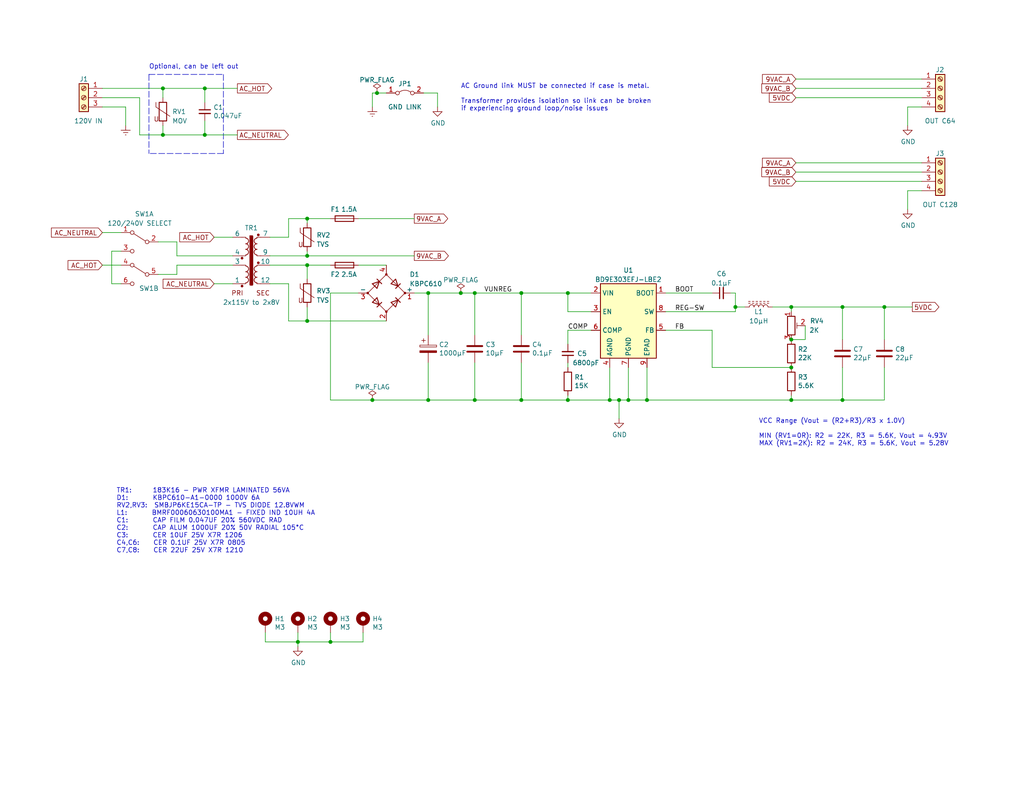
<source format=kicad_sch>
(kicad_sch (version 20211123) (generator eeschema)
  (paper "USLetter")
  (title_block (title "C64/C128 Power Supply") (date "2022-09-17") (rev "B"))
  (lib_symbols
    (symbol "Connector:Screw_Terminal_01x03" (pin_names (offset 1.016) hide)
      (property "Reference" "J" (at 0 5.08 0))
      (property "Value" "Screw_Terminal_01x03" (at 0 -5.08 0))
      (symbol "Screw_Terminal_01x03_1_1"
        (rectangle (start -1.27 3.81) (end 1.27 -3.81) (stroke (width 0.254)) (fill (type background)))
        (circle (center 0 -2.54) (radius 0.635) (stroke (width 0.1524)))
        (polyline (pts (xy -0.5334 -2.2098) (xy 0.3302 -3.048)) (stroke (width 0.1524)))
        (polyline (pts (xy -0.5334 0.3302) (xy 0.3302 -0.508)) (stroke (width 0.1524)))
        (polyline (pts (xy -0.5334 2.8702) (xy 0.3302 2.032)) (stroke (width 0.1524)))
        (polyline (pts (xy -0.3556 -2.032) (xy 0.508 -2.8702)) (stroke (width 0.1524)))
        (polyline (pts (xy -0.3556 0.508) (xy 0.508 -0.3302)) (stroke (width 0.1524)))
        (polyline (pts (xy -0.3556 3.048) (xy 0.508 2.2098)) (stroke (width 0.1524)))
        (circle (center 0 0) (radius 0.635) (stroke (width 0.1524)))
        (circle (center 0 2.54) (radius 0.635) (stroke (width 0.1524)))
        (pin passive line (at -5.08 2.54 0) (length 3.81) (name "Pin_1") (number "1"))
        (pin passive line (at -5.08 0 0) (length 3.81) (name "Pin_2") (number "2"))
        (pin passive line (at -5.08 -2.54 0) (length 3.81) (name "Pin_3") (number "3"))
      )
    )
    (symbol "Connector:Screw_Terminal_01x04" (pin_names (offset 1.016) hide)
      (property "Reference" "J" (at 0 5.08 0))
      (property "Value" "Screw_Terminal_01x04" (at 0 -7.62 0))
      (symbol "Screw_Terminal_01x04_1_1"
        (rectangle (start -1.27 3.81) (end 1.27 -6.35) (stroke (width 0.254)) (fill (type background)))
        (circle (center 0 -5.08) (radius 0.635) (stroke (width 0.1524)))
        (circle (center 0 -2.54) (radius 0.635) (stroke (width 0.1524)))
        (polyline (pts (xy -0.5334 -4.7498) (xy 0.3302 -5.588)) (stroke (width 0.1524)))
        (polyline (pts (xy -0.5334 -2.2098) (xy 0.3302 -3.048)) (stroke (width 0.1524)))
        (polyline (pts (xy -0.5334 0.3302) (xy 0.3302 -0.508)) (stroke (width 0.1524)))
        (polyline (pts (xy -0.5334 2.8702) (xy 0.3302 2.032)) (stroke (width 0.1524)))
        (polyline (pts (xy -0.3556 -4.572) (xy 0.508 -5.4102)) (stroke (width 0.1524)))
        (polyline (pts (xy -0.3556 -2.032) (xy 0.508 -2.8702)) (stroke (width 0.1524)))
        (polyline (pts (xy -0.3556 0.508) (xy 0.508 -0.3302)) (stroke (width 0.1524)))
        (polyline (pts (xy -0.3556 3.048) (xy 0.508 2.2098)) (stroke (width 0.1524)))
        (circle (center 0 0) (radius 0.635) (stroke (width 0.1524)))
        (circle (center 0 2.54) (radius 0.635) (stroke (width 0.1524)))
        (pin passive line (at -5.08 2.54 0) (length 3.81) (name "Pin_1") (number "1"))
        (pin passive line (at -5.08 0 0) (length 3.81) (name "Pin_2") (number "2"))
        (pin passive line (at -5.08 -2.54 0) (length 3.81) (name "Pin_3") (number "3"))
        (pin passive line (at -5.08 -5.08 0) (length 3.81) (name "Pin_4") (number "4"))
      )
    )
    (symbol "DTLib:BD9E303EFJ-LBE2"
      (property "Reference" "U" (at -6.35 11.43 0))
      (property "Value" "BD9E303EFJ-LBE2" (at 7.62 11.43 0))
      (symbol "BD9E303EFJ-LBE2_0_1"
        (rectangle (start -7.62 10.16) (end 7.62 -10.16) (stroke (width 0.254)) (fill (type background)))
      )
      (symbol "BD9E303EFJ-LBE2_1_1"
        (pin input line (at 10.16 7.62 180) (length 2.54) (name "BOOT") (number "1"))
        (pin power_in line (at -10.16 7.62 0) (length 2.54) (name "VIN") (number "2"))
        (pin input line (at -10.16 2.54 0) (length 2.54) (name "EN") (number "3"))
        (pin power_in line (at -5.08 -12.7 90) (length 2.54) (name "AGND") (number "4"))
        (pin input line (at 10.16 -2.54 180) (length 2.54) (name "FB") (number "5"))
        (pin input line (at -10.16 -2.54 0) (length 2.54) (name "COMP") (number "6"))
        (pin power_in line (at 0 -12.7 90) (length 2.54) (name "PGND") (number "7"))
        (pin output line (at 10.16 2.54 180) (length 2.54) (name "SW") (number "8"))
        (pin power_in line (at 5.08 -12.7 90) (length 2.54) (name "EPAD") (number "9"))
      )
    )
    (symbol "DTLib:Transformer_Hammond_183" (pin_numbers hide) (pin_names (offset 0))
      (property "Reference" "TR" (at 0 10.16 0))
      (property "Value" "Transformer_Hammond_183" (at 0 -10.16 0))
      (symbol "Transformer_Hammond_183_0_0"
        (circle (center -2.54 -5.715) (radius 0.2834) (stroke (width 0.1524)) (fill (type outline)))
        (circle (center -2.54 1.905) (radius 0.2834) (stroke (width 0.1524)) (fill (type outline)))
        (circle (center 1.905 0.635) (radius 0.2834) (stroke (width 0.1524)) (fill (type outline)))
        (circle (center 1.905 8.255) (radius 0.2834) (stroke (width 0.1524)) (fill (type outline)))
        (text "PRI" (at -3.81 -7.62 0) (effects (font (size 1.27 1.27))))
        (text "SEC" (at 3.175 -7.62 0) (effects (font (size 1.27 1.27))))
      )
      (symbol "Transformer_Hammond_183_0_1"
        (arc (start -1.524 -4.826) (mid -0.762 -4.064) (end -1.524 -3.302) (stroke (width 0.2032)))
        (arc (start -1.524 -3.302) (mid -0.762 -2.54) (end -1.524 -1.778) (stroke (width 0.2032)))
        (arc (start -1.524 -1.778) (mid -0.762 -1.016) (end -1.524 -0.254) (stroke (width 0.2032)))
        (arc (start -1.524 2.794) (mid -0.762 3.556) (end -1.524 4.318) (stroke (width 0.2032)))
        (arc (start -1.524 4.318) (mid -0.762 5.08) (end -1.524 5.842) (stroke (width 0.2032)))
        (arc (start -1.524 5.842) (mid -0.762 6.604) (end -1.524 7.366) (stroke (width 0.2032)))
        (rectangle (start -0.254 7.874) (end 0.254 -5.334) (stroke (width 0.508)) (fill (type outline)))
        (polyline (pts (xy 1.524 -4.826) (xy 1.524 -5.08) (xy 1.524 -5.08)) (fill (type outline)))
        (polyline (pts (xy 1.524 0) (xy 1.524 -0.254) (xy 1.524 -0.254)) (fill (type outline)))
        (polyline (pts (xy 1.524 0) (xy 2.54 0) (xy 2.54 0)))
        (polyline (pts (xy 1.524 2.54) (xy 1.524 2.794) (xy 1.524 2.794)) (fill (type outline)))
        (polyline (pts (xy 1.524 2.54) (xy 2.54 2.54) (xy 2.54 2.54)))
        (polyline (pts (xy 1.524 7.62) (xy 1.524 7.366) (xy 1.524 7.366)) (fill (type outline)))
        (polyline (pts (xy 1.524 7.62) (xy 2.54 7.62) (xy 2.54 7.62)))
        (polyline (pts (xy 2.54 -5.08) (xy 1.524 -5.08) (xy 1.524 -5.08)))
        (polyline (pts (xy -1.524 -4.826) (xy -1.524 -5.08) (xy -2.54 -5.08) (xy -2.54 -5.08)))
        (polyline (pts (xy -1.524 -0.254) (xy -1.524 0) (xy -2.54 0) (xy -2.54 0)))
        (polyline (pts (xy -1.524 2.794) (xy -1.524 2.54) (xy -2.54 2.54) (xy -2.54 2.54)))
        (polyline (pts (xy -1.524 7.366) (xy -1.524 7.62) (xy -2.54 7.62) (xy -2.54 7.62)))
        (arc (start 1.524 -3.302) (mid 0.762 -4.064) (end 1.524 -4.826) (stroke (width 0.2032)))
        (arc (start 1.524 -1.778) (mid 0.762 -2.54) (end 1.524 -3.302) (stroke (width 0.2032)))
        (arc (start 1.524 -0.254) (mid 0.762 -1.016) (end 1.524 -1.778) (stroke (width 0.2032)))
        (arc (start 1.524 4.318) (mid 0.762 3.556) (end 1.524 2.794) (stroke (width 0.2032)))
        (arc (start 1.524 5.842) (mid 0.762 5.08) (end 1.524 4.318) (stroke (width 0.2032)))
        (arc (start 1.524 7.366) (mid 0.762 6.604) (end 1.524 5.842) (stroke (width 0.2032)))
      )
      (symbol "Transformer_Hammond_183_1_1"
        (pin passive line (at -5.08 -5.08 0) (length 2.54) (name "1") (number "1"))
        (pin passive line (at 5.08 0 180) (length 2.54) (name "10") (number "10"))
        (pin passive line (at 5.08 -5.08 180) (length 2.54) (name "12") (number "12"))
        (pin passive line (at -5.08 0 0) (length 2.54) (name "3") (number "3"))
        (pin passive line (at -5.08 2.54 0) (length 2.54) (name "4") (number "4"))
        (pin passive line (at -5.08 7.62 0) (length 2.54) (name "6") (number "6"))
        (pin passive line (at 5.08 7.62 180) (length 2.54) (name "7") (number "7"))
        (pin passive line (at 5.08 2.54 180) (length 2.54) (name "9") (number "9"))
      )
    )
    (symbol "Device:C" (pin_numbers hide) (pin_names (offset 0.254))
      (property "Reference" "C" (at 0.635 2.54 0))
      (property "Value" "C" (at 0.635 -2.54 0))
      (symbol "C_0_1"
        (polyline (pts (xy -2.032 -0.762) (xy 2.032 -0.762)) (stroke (width 0.508)))
        (polyline (pts (xy -2.032 0.762) (xy 2.032 0.762)) (stroke (width 0.508)))
      )
      (symbol "C_1_1"
        (pin passive line (at 0 3.81 270) (length 2.794) (name "~") (number "1"))
        (pin passive line (at 0 -3.81 90) (length 2.794) (name "~") (number "2"))
      )
    )
    (symbol "Device:C_Polarized" (pin_numbers hide) (pin_names (offset 0.254))
      (property "Reference" "C" (at 0.635 2.54 0))
      (property "Value" "C_Polarized" (at 0.635 -2.54 0))
      (symbol "C_Polarized_0_1"
        (rectangle (start -2.286 0.508) (end 2.286 1.016))
        (polyline (pts (xy -1.778 2.286) (xy -0.762 2.286)))
        (polyline (pts (xy -1.27 2.794) (xy -1.27 1.778)))
        (rectangle (start 2.286 -0.508) (end -2.286 -1.016) (fill (type outline)))
      )
      (symbol "C_Polarized_1_1"
        (pin passive line (at 0 3.81 270) (length 2.794) (name "~") (number "1"))
        (pin passive line (at 0 -3.81 90) (length 2.794) (name "~") (number "2"))
      )
    )
    (symbol "Device:C_Small" (pin_numbers hide) (pin_names (offset 0.254) hide)
      (property "Reference" "C" (at 0.254 1.778 0))
      (property "Value" "C_Small" (at 0.254 -2.032 0))
      (symbol "C_Small_0_1"
        (polyline (pts (xy -1.524 -0.508) (xy 1.524 -0.508)) (stroke (width 0.3302)))
        (polyline (pts (xy -1.524 0.508) (xy 1.524 0.508)) (stroke (width 0.3048)))
      )
      (symbol "C_Small_1_1"
        (pin passive line (at 0 2.54 270) (length 2.032) (name "~") (number "1"))
        (pin passive line (at 0 -2.54 90) (length 2.032) (name "~") (number "2"))
      )
    )
    (symbol "Device:D_Bridge_+A-A" (pin_names (offset 0))
      (property "Reference" "D" (at 2.54 6.985 0))
      (property "Value" "D_Bridge_+A-A" (at 2.54 5.08 0))
      (symbol "D_Bridge_+A-A_0_1"
        (circle (center -5.08 0) (radius 0.254) (fill (type outline)))
        (circle (center 0 -5.08) (radius 0.254) (fill (type outline)))
        (polyline (pts (xy -2.54 3.81) (xy -1.27 2.54)) (stroke (width 0.254)))
        (polyline (pts (xy -1.27 -2.54) (xy -2.54 -3.81)) (stroke (width 0.254)))
        (polyline (pts (xy 2.54 -1.27) (xy 3.81 -2.54)) (stroke (width 0.254)))
        (polyline (pts (xy 2.54 1.27) (xy 3.81 2.54)) (stroke (width 0.254)))
        (polyline (pts (xy -3.81 2.54) (xy -2.54 1.27) (xy -1.905 3.175) (xy -3.81 2.54)) (stroke (width 0.254)))
        (polyline (pts (xy -2.54 -1.27) (xy -3.81 -2.54) (xy -1.905 -3.175) (xy -2.54 -1.27)) (stroke (width 0.254)))
        (polyline (pts (xy 1.27 2.54) (xy 2.54 3.81) (xy 3.175 1.905) (xy 1.27 2.54)) (stroke (width 0.254)))
        (polyline (pts (xy 3.175 -1.905) (xy 1.27 -2.54) (xy 2.54 -3.81) (xy 3.175 -1.905)) (stroke (width 0.254)))
        (polyline (pts (xy -5.08 0) (xy 0 -5.08) (xy 5.08 0) (xy 0 5.08) (xy -5.08 0)))
        (circle (center 0 5.08) (radius 0.254) (fill (type outline)))
        (circle (center 5.08 0) (radius 0.254) (fill (type outline)))
      )
      (symbol "D_Bridge_+A-A_1_1"
        (pin passive line (at 7.62 0 180) (length 2.54) (name "+") (number "1"))
        (pin passive line (at 0 -7.62 90) (length 2.54) (name "~") (number "2"))
        (pin passive line (at -7.62 0 0) (length 2.54) (name "-") (number "3"))
        (pin passive line (at 0 7.62 270) (length 2.54) (name "~") (number "4"))
      )
    )
    (symbol "Device:Fuse" (pin_numbers hide) (pin_names (offset 0))
      (property "Reference" "F" (at 2.032 0 90))
      (property "Value" "Fuse" (at -1.905 0 90))
      (symbol "Fuse_0_1"
        (rectangle (start -0.762 -2.54) (end 0.762 2.54) (stroke (width 0.254)))
        (polyline (pts (xy 0 2.54) (xy 0 -2.54)))
      )
      (symbol "Fuse_1_1"
        (pin passive line (at 0 3.81 270) (length 1.27) (name "~") (number "1"))
        (pin passive line (at 0 -3.81 90) (length 1.27) (name "~") (number "2"))
      )
    )
    (symbol "Device:L_Ferrite" (pin_numbers hide) (pin_names (offset 1.016) hide)
      (property "Reference" "L" (at -1.27 0 90))
      (property "Value" "L_Ferrite" (at 2.794 0 90))
      (symbol "L_Ferrite_0_1"
        (arc (start 0 -2.54) (mid 0.635 -1.905) (end 0 -1.27))
        (arc (start 0 -1.27) (mid 0.635 -0.635) (end 0 0))
        (polyline (pts (xy 1.016 -2.794) (xy 1.016 -2.286)))
        (polyline (pts (xy 1.016 -1.778) (xy 1.016 -1.27)))
        (polyline (pts (xy 1.016 -0.762) (xy 1.016 -0.254)))
        (polyline (pts (xy 1.016 0.254) (xy 1.016 0.762)))
        (polyline (pts (xy 1.016 1.27) (xy 1.016 1.778)))
        (polyline (pts (xy 1.016 2.286) (xy 1.016 2.794)))
        (polyline (pts (xy 1.524 -2.286) (xy 1.524 -2.794)))
        (polyline (pts (xy 1.524 -1.27) (xy 1.524 -1.778)))
        (polyline (pts (xy 1.524 -0.254) (xy 1.524 -0.762)))
        (polyline (pts (xy 1.524 0.762) (xy 1.524 0.254)))
        (polyline (pts (xy 1.524 1.778) (xy 1.524 1.27)))
        (polyline (pts (xy 1.524 2.794) (xy 1.524 2.286)))
        (arc (start 0 0) (mid 0.635 0.635) (end 0 1.27))
        (arc (start 0 1.27) (mid 0.635 1.905) (end 0 2.54))
      )
      (symbol "L_Ferrite_1_1"
        (pin passive line (at 0 3.81 270) (length 1.27) (name "1") (number "1"))
        (pin passive line (at 0 -3.81 90) (length 1.27) (name "2") (number "2"))
      )
    )
    (symbol "Device:R" (pin_numbers hide) (pin_names (offset 0))
      (property "Reference" "R" (at 2.032 0 90))
      (property "Value" "R" (at 0 0 90))
      (symbol "R_0_1"
        (rectangle (start -1.016 -2.54) (end 1.016 2.54) (stroke (width 0.254)))
      )
      (symbol "R_1_1"
        (pin passive line (at 0 3.81 270) (length 1.27) (name "~") (number "1"))
        (pin passive line (at 0 -3.81 90) (length 1.27) (name "~") (number "2"))
      )
    )
    (symbol "Device:R_Potentiometer_Trim" (pin_names (offset 1.016) hide)
      (property "Reference" "RV" (at -4.445 0 90))
      (property "Value" "R_Potentiometer_Trim" (at -2.54 0 90))
      (symbol "R_Potentiometer_Trim_0_1"
        (polyline (pts (xy 1.524 0.762) (xy 1.524 -0.762)))
        (polyline (pts (xy 2.54 0) (xy 1.524 0)))
        (rectangle (start 1.016 2.54) (end -1.016 -2.54) (stroke (width 0.254)))
      )
      (symbol "R_Potentiometer_Trim_1_1"
        (pin passive line (at 0 3.81 270) (length 1.27) (name "1") (number "1"))
        (pin passive line (at 3.81 0 180) (length 1.27) (name "2") (number "2"))
        (pin passive line (at 0 -3.81 90) (length 1.27) (name "3") (number "3"))
      )
    )
    (symbol "Device:Varistor" (pin_numbers hide) (pin_names (offset 0))
      (property "Reference" "RV" (at 3.175 0 90))
      (property "Value" "Varistor" (at -3.175 0 90))
      (symbol "Varistor_0_0"
        (text "U" (at -1.778 -2.032 0) (effects (font (size 1.27 1.27))))
      )
      (symbol "Varistor_0_1"
        (rectangle (start -1.016 -2.54) (end 1.016 2.54) (stroke (width 0.254)))
        (polyline (pts (xy -1.905 2.54) (xy -1.905 1.27) (xy 1.905 -1.27)))
      )
      (symbol "Varistor_1_1"
        (pin passive line (at 0 3.81 270) (length 1.27) (name "~") (number "1"))
        (pin passive line (at 0 -3.81 90) (length 1.27) (name "~") (number "2"))
      )
    )
    (symbol "Jumper:Jumper_2_Bridged" (pin_names (offset 0) hide)
      (property "Reference" "JP" (at 0 1.905 0))
      (property "Value" "Jumper_2_Bridged" (at 0 -2.54 0))
      (symbol "Jumper_2_Bridged_0_0"
        (circle (center -2.032 0) (radius 0.508))
        (circle (center 2.032 0) (radius 0.508))
      )
      (symbol "Jumper_2_Bridged_0_1"
        (arc (start 1.524 0.254) (mid 0 0.762) (end -1.524 0.254))
      )
      (symbol "Jumper_2_Bridged_1_1"
        (pin passive line (at -5.08 0 0) (length 2.54) (name "A") (number "1"))
        (pin passive line (at 5.08 0 180) (length 2.54) (name "B") (number "2"))
      )
    )
    (symbol "Mechanical:MountingHole_Pad" (pin_numbers hide) (pin_names (offset 1.016) hide)
      (property "Reference" "H" (at 0 6.35 0))
      (property "Value" "MountingHole_Pad" (at 0 4.445 0))
      (symbol "MountingHole_Pad_0_1"
        (circle (center 0 1.27) (radius 1.27) (stroke (width 1.27)))
      )
      (symbol "MountingHole_Pad_1_1"
        (pin input line (at 0 -2.54 90) (length 2.54) (name "1") (number "1"))
      )
    )
    (symbol "Switch:SW_DPDT_x2" (pin_names (offset 0) hide)
      (property "Reference" "SW" (at 0 4.318 0))
      (property "Value" "SW_DPDT_x2" (at 0 -5.08 0))
      (symbol "SW_DPDT_x2_0_0"
        (circle (center -2.032 0) (radius 0.508))
        (circle (center 2.032 -2.54) (radius 0.508))
      )
      (symbol "SW_DPDT_x2_0_1"
        (polyline (pts (xy -1.524 0.254) (xy 1.651 2.286)))
        (circle (center 2.032 2.54) (radius 0.508))
      )
      (symbol "SW_DPDT_x2_1_1"
        (pin passive line (at 5.08 2.54 180) (length 2.54) (name "A") (number "1"))
        (pin passive line (at -5.08 0 0) (length 2.54) (name "B") (number "2"))
        (pin passive line (at 5.08 -2.54 180) (length 2.54) (name "C") (number "3"))
      )
      (symbol "SW_DPDT_x2_2_1"
        (pin passive line (at 5.08 2.54 180) (length 2.54) (name "A") (number "4"))
        (pin passive line (at -5.08 0 0) (length 2.54) (name "B") (number "5"))
        (pin passive line (at 5.08 -2.54 180) (length 2.54) (name "C") (number "6"))
      )
    )
    (symbol "power:Earth" (power) (pin_names (offset 0))
      (symbol "Earth_0_1"
        (polyline (pts (xy -0.635 -1.905) (xy 0.635 -1.905)))
        (polyline (pts (xy -0.127 -2.54) (xy 0.127 -2.54)))
        (polyline (pts (xy 0 -1.27) (xy 0 0)))
        (polyline (pts (xy 1.27 -1.27) (xy -1.27 -1.27)))
      )
      (symbol "Earth_1_1"
        (pin power_in line (at 0 0 270) (length 0) hide (name "Earth") (number "1"))
      )
    )
    (symbol "power:GND" (power) (pin_names (offset 0))
      (property "Value" "GND" (at 0 -3.81 0))
      (symbol "GND_0_1"
        (polyline (pts (xy 0 0) (xy 0 -1.27) (xy 1.27 -1.27) (xy 0 -2.54) (xy -1.27 -1.27) (xy 0 -1.27)))
      )
      (symbol "GND_1_1"
        (pin power_in line (at 0 0 270) (length 0) hide (name "GND") (number "1"))
      )
    )
    (symbol "power:PWR_FLAG" (power) (pin_numbers hide) (pin_names (offset 0) hide)
      (property "Value" "PWR_FLAG" (at 0 3.81 0))
      (symbol "PWR_FLAG_0_0"
        (pin power_out line (at 0 0 90) (length 0) (name "pwr") (number "1"))
      )
      (symbol "PWR_FLAG_0_1"
        (polyline (pts (xy 0 0) (xy 0 1.27) (xy -1.016 1.905) (xy 0 2.54) (xy 1.016 1.905) (xy 0 1.27)))
      )
    )
  )
  (junction (at 81.28 175.26))
  (junction (at 116.84 80.01))
  (junction (at 200.66 83.82))
  (junction (at 102.87 25.4))
  (junction (at 142.24 109.22))
  (junction (at 229.87 109.22))
  (junction (at 154.94 109.22))
  (junction (at 44.45 36.83))
  (junction (at 166.37 109.22))
  (junction (at 168.91 109.22))
  (junction (at 83.82 69.85))
  (junction (at 142.24 80.01))
  (junction (at 171.45 109.22))
  (junction (at 55.88 24.13))
  (junction (at 129.54 109.22))
  (junction (at 55.88 36.83))
  (junction (at 241.3 83.82))
  (junction (at 154.94 80.01))
  (junction (at 215.9 109.22))
  (junction (at 101.6 109.22))
  (junction (at 215.9 100.33))
  (junction (at 83.82 72.39))
  (junction (at 125.73 80.01))
  (junction (at 215.9 92.71))
  (junction (at 176.53 109.22))
  (junction (at 229.87 83.82))
  (junction (at 83.82 87.63))
  (junction (at 90.17 175.26))
  (junction (at 44.45 24.13))
  (junction (at 129.54 80.01))
  (junction (at 83.82 59.69))
  (junction (at 116.84 109.22))
  (junction (at 215.9 83.82))
  (wire (pts (xy 142.24 99.06) (xy 142.24 109.22)))
  (wire (pts (xy 78.74 77.47) (xy 78.74 87.63)))
  (wire (pts (xy 200.66 83.82) (xy 200.66 85.09)))
  (wire (pts (xy 38.1 36.83) (xy 44.45 36.83)))
  (wire (pts (xy 55.88 24.13) (xy 55.88 27.94)))
  (wire (pts (xy 78.74 59.69) (xy 83.82 59.69)))
  (wire (pts (xy 200.66 83.82) (xy 203.2 83.82)))
  (wire (pts (xy 241.3 109.22) (xy 229.87 109.22)))
  (wire (pts (xy 73.66 77.47) (xy 78.74 77.47)))
  (wire (pts (xy 176.53 100.33) (xy 176.53 109.22)))
  (wire (pts (xy 241.3 83.82) (xy 229.87 83.82)))
  (wire (pts (xy 55.88 36.83) (xy 64.77 36.83)))
  (wire (pts (xy 215.9 83.82) (xy 215.9 85.09)))
  (wire (pts (xy 90.17 172.72) (xy 90.17 175.26)))
  (wire (pts (xy 30.48 77.47) (xy 30.48 68.58)))
  (wire (pts (xy 154.94 107.95) (xy 154.94 109.22)))
  (wire (pts (xy 99.06 175.26) (xy 90.17 175.26)))
  (wire (pts (xy 83.82 83.82) (xy 83.82 87.63)))
  (wire (pts (xy 241.3 92.71) (xy 241.3 83.82)))
  (wire (pts (xy 83.82 68.58) (xy 83.82 69.85)))
  (wire (pts (xy 113.03 80.01) (xy 116.84 80.01)))
  (wire (pts (xy 27.94 72.39) (xy 33.02 72.39)))
  (wire (pts (xy 83.82 59.69) (xy 90.17 59.69)))
  (wire (pts (xy 101.6 109.22) (xy 116.84 109.22)))
  (wire (pts (xy 55.88 36.83) (xy 55.88 33.02)))
  (wire (pts (xy 33.02 77.47) (xy 30.48 77.47)))
  (wire (pts (xy 142.24 80.01) (xy 154.94 80.01)))
  (wire (pts (xy 166.37 100.33) (xy 166.37 109.22)))
  (wire (pts (xy 142.24 109.22) (xy 154.94 109.22)))
  (wire (pts (xy 154.94 80.01) (xy 161.29 80.01)))
  (wire (pts (xy 55.88 24.13) (xy 64.77 24.13)))
  (wire (pts (xy 115.57 25.4) (xy 119.38 25.4)))
  (wire (pts (xy 58.42 77.47) (xy 63.5 77.47)))
  (wire (pts (xy 73.66 69.85) (xy 83.82 69.85)))
  (wire (pts (xy 83.82 69.85) (xy 113.03 69.85)))
  (wire (pts (xy 168.91 114.3) (xy 168.91 109.22)))
  (wire (pts (xy 78.74 59.69) (xy 78.74 64.77)))
  (wire (pts (xy 116.84 91.44) (xy 116.84 80.01)))
  (wire (pts (xy 44.45 36.83) (xy 55.88 36.83)))
  (polyline (pts (xy 40.64 20.32) (xy 60.96 20.32)))
  (wire (pts (xy 81.28 172.72) (xy 81.28 175.26)))
  (wire (pts (xy 48.26 66.04) (xy 48.26 69.85)))
  (wire (pts (xy 83.82 72.39) (xy 83.82 76.2)))
  (wire (pts (xy 176.53 109.22) (xy 215.9 109.22)))
  (polyline (pts (xy 40.64 20.32) (xy 40.64 41.91)))
  (wire (pts (xy 241.3 83.82) (xy 248.92 83.82)))
  (wire (pts (xy 241.3 100.33) (xy 241.3 109.22)))
  (wire (pts (xy 81.28 175.26) (xy 81.28 176.53)))
  (wire (pts (xy 97.79 72.39) (xy 105.41 72.39)))
  (wire (pts (xy 27.94 29.21) (xy 34.29 29.21)))
  (wire (pts (xy 168.91 109.22) (xy 171.45 109.22)))
  (wire (pts (xy 44.45 34.29) (xy 44.45 36.83)))
  (wire (pts (xy 200.66 80.01) (xy 200.66 83.82)))
  (wire (pts (xy 58.42 64.77) (xy 63.5 64.77)))
  (wire (pts (xy 181.61 85.09) (xy 200.66 85.09)))
  (wire (pts (xy 116.84 109.22) (xy 116.84 99.06)))
  (wire (pts (xy 129.54 109.22) (xy 129.54 99.06)))
  (wire (pts (xy 97.79 59.69) (xy 113.03 59.69)))
  (wire (pts (xy 247.65 52.07) (xy 247.65 57.15)))
  (wire (pts (xy 217.17 26.67) (xy 251.46 26.67)))
  (wire (pts (xy 116.84 80.01) (xy 125.73 80.01)))
  (wire (pts (xy 90.17 175.26) (xy 81.28 175.26)))
  (wire (pts (xy 44.45 24.13) (xy 55.88 24.13)))
  (wire (pts (xy 105.41 25.4) (xy 102.87 25.4)))
  (wire (pts (xy 27.94 24.13) (xy 44.45 24.13)))
  (wire (pts (xy 90.17 109.22) (xy 101.6 109.22)))
  (wire (pts (xy 229.87 100.33) (xy 229.87 109.22)))
  (wire (pts (xy 181.61 80.01) (xy 194.31 80.01)))
  (wire (pts (xy 247.65 29.21) (xy 251.46 29.21)))
  (wire (pts (xy 154.94 93.98) (xy 154.94 90.17)))
  (wire (pts (xy 78.74 64.77) (xy 73.66 64.77)))
  (wire (pts (xy 83.82 59.69) (xy 83.82 60.96)))
  (wire (pts (xy 217.17 46.99) (xy 251.46 46.99)))
  (wire (pts (xy 27.94 26.67) (xy 38.1 26.67)))
  (wire (pts (xy 142.24 80.01) (xy 142.24 91.44)))
  (wire (pts (xy 48.26 72.39) (xy 63.5 72.39)))
  (wire (pts (xy 97.79 80.01) (xy 90.17 80.01)))
  (wire (pts (xy 194.31 90.17) (xy 194.31 100.33)))
  (wire (pts (xy 215.9 109.22) (xy 215.9 107.95)))
  (wire (pts (xy 171.45 109.22) (xy 176.53 109.22)))
  (wire (pts (xy 219.71 92.71) (xy 215.9 92.71)))
  (wire (pts (xy 125.73 80.01) (xy 129.54 80.01)))
  (wire (pts (xy 48.26 69.85) (xy 63.5 69.85)))
  (wire (pts (xy 72.39 172.72) (xy 72.39 175.26)))
  (wire (pts (xy 154.94 90.17) (xy 161.29 90.17)))
  (wire (pts (xy 78.74 87.63) (xy 83.82 87.63)))
  (wire (pts (xy 154.94 80.01) (xy 154.94 85.09)))
  (wire (pts (xy 73.66 72.39) (xy 83.82 72.39)))
  (wire (pts (xy 210.82 83.82) (xy 215.9 83.82)))
  (wire (pts (xy 166.37 109.22) (xy 168.91 109.22)))
  (wire (pts (xy 219.71 88.9) (xy 219.71 92.71)))
  (wire (pts (xy 154.94 109.22) (xy 166.37 109.22)))
  (wire (pts (xy 30.48 68.58) (xy 33.02 68.58)))
  (wire (pts (xy 247.65 52.07) (xy 251.46 52.07)))
  (wire (pts (xy 247.65 29.21) (xy 247.65 34.29)))
  (wire (pts (xy 171.45 100.33) (xy 171.45 109.22)))
  (wire (pts (xy 102.87 25.4) (xy 101.6 25.4)))
  (wire (pts (xy 83.82 87.63) (xy 105.41 87.63)))
  (wire (pts (xy 83.82 72.39) (xy 90.17 72.39)))
  (wire (pts (xy 38.1 26.67) (xy 38.1 36.83)))
  (wire (pts (xy 181.61 90.17) (xy 194.31 90.17)))
  (wire (pts (xy 90.17 80.01) (xy 90.17 109.22)))
  (wire (pts (xy 129.54 80.01) (xy 142.24 80.01)))
  (wire (pts (xy 101.6 25.4) (xy 101.6 29.21)))
  (wire (pts (xy 217.17 21.59) (xy 251.46 21.59)))
  (wire (pts (xy 116.84 109.22) (xy 129.54 109.22)))
  (wire (pts (xy 34.29 29.21) (xy 34.29 34.29)))
  (polyline (pts (xy 60.96 20.32) (xy 60.96 41.91)))
  (wire (pts (xy 199.39 80.01) (xy 200.66 80.01)))
  (wire (pts (xy 99.06 172.72) (xy 99.06 175.26)))
  (wire (pts (xy 43.18 74.93) (xy 48.26 74.93)))
  (wire (pts (xy 229.87 92.71) (xy 229.87 83.82)))
  (wire (pts (xy 119.38 25.4) (xy 119.38 29.21)))
  (wire (pts (xy 229.87 109.22) (xy 215.9 109.22)))
  (wire (pts (xy 217.17 49.53) (xy 251.46 49.53)))
  (wire (pts (xy 129.54 80.01) (xy 129.54 91.44)))
  (polyline (pts (xy 60.96 41.91) (xy 40.64 41.91)))
  (wire (pts (xy 48.26 74.93) (xy 48.26 72.39)))
  (wire (pts (xy 43.18 66.04) (xy 48.26 66.04)))
  (wire (pts (xy 129.54 109.22) (xy 142.24 109.22)))
  (wire (pts (xy 27.94 63.5) (xy 33.02 63.5)))
  (wire (pts (xy 194.31 100.33) (xy 215.9 100.33)))
  (wire (pts (xy 229.87 83.82) (xy 215.9 83.82)))
  (wire (pts (xy 161.29 85.09) (xy 154.94 85.09)))
  (wire (pts (xy 44.45 24.13) (xy 44.45 26.67)))
  (wire (pts (xy 217.17 44.45) (xy 251.46 44.45)))
  (wire (pts (xy 217.17 24.13) (xy 251.46 24.13)))
  (wire (pts (xy 154.94 99.06) (xy 154.94 100.33)))
  (wire (pts (xy 72.39 175.26) (xy 81.28 175.26)))
  (text "AC Ground link MUST be connected if case is metal.\n\nTransformer provides isolation so link can be broken\nif experiencing ground loop/noise issues" (at 125.73 30.48 0) (effects (font (size 1.27 1.27)) (justify left bottom)))
  (text "VCC Range (Vout = (R2+R3)/R3 x 1.0V)\n\nMIN (RV1=0R): R2 = 22K, R3 = 5.6K, Vout = 4.93V\nMAX (RV1=2K): R2 = 24K, R3 = 5.6K, Vout = 5.28V" (at 207.01 121.92 0) (effects (font (size 1.27 1.27)) (justify left bottom)))
  (text "TR1:      183K16 - PWR XFMR LAMINATED 56VA\nD1:       KBPC610-A1-0000 1000V 6A\nRV2,RV3:  SMBJP6KE15CA-TP - TVS DIODE 12.8VWM \nL1:       BMRF00060630100MA1 - FIXED IND 10UH 4A\nC1:       CAP FILM 0.047UF 20% 560VDC RAD\nC2:       CAP ALUM 1000UF 20% 50V RADIAL 105°C\nC3:       CER 10UF 25V X7R 1206\nC4,C6:    CER 0.1UF 25V X7R 0805\nC7,C8:    CER 22UF 25V X7R 1210\n" (at 31.75 151.13 0) (effects (font (size 1.27 1.27)) (justify left bottom)))
  (text "Optional, can be left out" (at 40.64 19.05 0) (effects (font (size 1.27 1.27)) (justify left bottom)))
  (label "FB" (at 184.15 90.17 0))
  (label "COMP" (at 154.94 90.17 0))
  (label "REG-SW" (at 184.15 85.09 0))
  (label "BOOT" (at 184.15 80.01 0))
  (label "VUNREG" (at 132.08 80.01 0))
  (global_label "9VAC_A" (shape output) (at 113.03 59.69 0) (property "Intersheet References" "${INTERSHEET_REFS}" (effects hide)))
  (global_label "5VDC" (shape input) (at 217.17 26.67 180) (property "Intersheet References" "${INTERSHEET_REFS}" (effects hide)))
  (global_label "AC_HOT" (shape input) (at 58.42 64.77 180) (property "Intersheet References" "${INTERSHEET_REFS}" (effects hide)))
  (global_label "5VDC" (shape input) (at 217.17 49.53 180) (property "Intersheet References" "${INTERSHEET_REFS}" (effects hide)))
  (global_label "AC_HOT" (shape output) (at 64.77 24.13 0) (property "Intersheet References" "${INTERSHEET_REFS}" (effects hide)))
  (global_label "9VAC_A" (shape input) (at 217.17 44.45 180) (property "Intersheet References" "${INTERSHEET_REFS}" (effects hide)))
  (global_label "AC_NEUTRAL" (shape input) (at 58.42 77.47 180) (property "Intersheet References" "${INTERSHEET_REFS}" (effects hide)))
  (global_label "9VAC_A" (shape input) (at 217.17 21.59 180) (property "Intersheet References" "${INTERSHEET_REFS}" (effects hide)))
  (global_label "AC_HOT" (shape input) (at 27.94 72.39 180) (property "Intersheet References" "${INTERSHEET_REFS}" (effects hide)))
  (global_label "9VAC_B" (shape output) (at 113.03 69.85 0) (property "Intersheet References" "${INTERSHEET_REFS}" (effects hide)))
  (global_label "9VAC_B" (shape input) (at 217.17 46.99 180) (property "Intersheet References" "${INTERSHEET_REFS}" (effects hide)))
  (global_label "9VAC_B" (shape input) (at 217.17 24.13 180) (property "Intersheet References" "${INTERSHEET_REFS}" (effects hide)))
  (global_label "AC_NEUTRAL" (shape output) (at 64.77 36.83 0) (property "Intersheet References" "${INTERSHEET_REFS}" (effects hide)))
  (global_label "5VDC" (shape output) (at 248.92 83.82 0) (property "Intersheet References" "${INTERSHEET_REFS}" (effects hide)))
  (global_label "AC_NEUTRAL" (shape input) (at 27.94 63.5 180) (property "Intersheet References" "${INTERSHEET_REFS}" (effects hide)))
  (symbol (lib_id "DTLib:Transformer_Hammond_183") (at 68.58 72.39 0) (unit 1)
    (property "Reference" "TR1" (at 68.58 62.23 0))
    (property "Value" "2x115V to 2x8V" (at 68.58 82.55 0))
    (property "Footprint" "DTLib:Transformer_Hammond_183K16" (effects hide))
  )
  (symbol (lib_id "Device:C_Small") (at 55.88 30.48 0) (unit 1)
    (property "Reference" "C1" (at 58.2168 29.3116 0) (effects (justify left)))
    (property "Value" "0.047uF" (at 58.2168 31.623 0) (effects (justify left)))
    (property "Footprint" "Capacitor_THT:C_Rect_L18.0mm_W5.0mm_P15.00mm_FKS3_FKP3" (effects hide))
  )
  (symbol (lib_id "Connector:Screw_Terminal_01x03") (at 22.86 26.67 0) (mirror y) (unit 1)
    (property "Reference" "J1" (at 22.86 21.59 0))
    (property "Value" "120V IN" (at 24.13 33.02 0))
    (property "Footprint" "TerminalBlock_Phoenix:TerminalBlock_Phoenix_PT-1,5-3-5.0-H_1x03_P5.00mm_Horizontal" (effects hide))
  )
  (symbol (lib_id "power:GND") (at 119.38 29.21 0) (unit 1)
    (property "Reference" "#PWR04" (effects hide))
    (property "Value" "GND" (at 119.507 33.6042 0))
  )
  (symbol (lib_id "Connector:Screw_Terminal_01x04") (at 256.54 24.13 0) (unit 1)
    (property "Reference" "J2" (at 255.27 19.05 0) (effects (justify left)))
    (property "Value" "OUT C64" (at 256.54 33.02 0))
    (property "Footprint" "TerminalBlock_Phoenix:TerminalBlock_Phoenix_PT-1,5-4-5.0-H_1x04_P5.00mm_Horizontal" (effects hide))
  )
  (symbol (lib_id "Device:Fuse") (at 93.98 59.69 270) (unit 1)
    (property "Reference" "F1" (at 91.44 57.15 90))
    (property "Value" "1.5A" (at 95.25 57.15 90))
    (property "Footprint" "DTLib:Fuse_PTF-76" (effects hide))
  )
  (symbol (lib_id "Device:D_Bridge_+A-A") (at 105.41 80.01 0) (unit 1)
    (property "Reference" "D1" (at 111.76 74.93 0) (effects (justify left)))
    (property "Value" "KBPC610" (at 111.76 77.47 0) (effects (justify left)))
    (property "Footprint" "Diode_THT:Diode_Bridge_15.1x15.1x6.3mm_P10.9mm" (effects hide))
  )
  (symbol (lib_id "Mechanical:MountingHole_Pad") (at 72.39 170.18 0) (unit 1)
    (property "Reference" "H1" (at 74.93 168.9354 0) (effects (justify left)))
    (property "Value" "M3" (at 74.93 171.2468 0) (effects (justify left)))
    (property "Footprint" "MountingHole:MountingHole_3.2mm_M3_ISO7380_Pad" (effects hide))
  )
  (symbol (lib_id "Mechanical:MountingHole_Pad") (at 81.28 170.18 0) (unit 1)
    (property "Reference" "H2" (at 83.82 168.9354 0) (effects (justify left)))
    (property "Value" "M3" (at 83.82 171.2468 0) (effects (justify left)))
    (property "Footprint" "MountingHole:MountingHole_3.2mm_M3_ISO7380_Pad" (effects hide))
  )
  (symbol (lib_id "Device:C_Polarized") (at 116.84 95.25 0) (unit 1)
    (property "Reference" "C2" (at 119.761 94.0816 0) (effects (justify left)))
    (property "Value" "1000μF" (at 119.761 96.393 0) (effects (justify left)))
    (property "Footprint" "Capacitor_THT:CP_Radial_D16.0mm_P7.50mm" (effects hide))
  )
  (symbol (lib_id "Mechanical:MountingHole_Pad") (at 90.17 170.18 0) (unit 1)
    (property "Reference" "H3" (at 92.71 168.9354 0) (effects (justify left)))
    (property "Value" "M3" (at 92.71 171.2468 0) (effects (justify left)))
    (property "Footprint" "MountingHole:MountingHole_3.2mm_M3_ISO7380_Pad" (effects hide))
  )
  (symbol (lib_id "Mechanical:MountingHole_Pad") (at 99.06 170.18 0) (unit 1)
    (property "Reference" "H4" (at 101.6 168.9354 0) (effects (justify left)))
    (property "Value" "M3" (at 101.6 171.2468 0) (effects (justify left)))
    (property "Footprint" "MountingHole:MountingHole_3.2mm_M3_ISO7380_Pad" (effects hide))
  )
  (symbol (lib_id "power:GND") (at 81.28 176.53 0) (unit 1)
    (property "Reference" "#PWR02" (effects hide))
    (property "Value" "GND" (at 81.407 180.9242 0))
  )
  (symbol (lib_id "power:GND") (at 168.91 114.3 0) (unit 1)
    (property "Reference" "#PWR05" (effects hide))
    (property "Value" "GND" (at 169.037 118.6942 0))
  )
  (symbol (lib_id "Device:L_Ferrite") (at 207.01 83.82 90) (unit 1)
    (property "Reference" "L1" (at 207.01 85.09 90))
    (property "Value" "10μH" (at 207.01 87.63 90))
    (property "Footprint" "DTLib:L_BMRx00060630" (effects hide))
  )
  (symbol (lib_id "Device:C") (at 229.87 96.52 0) (unit 1)
    (property "Reference" "C7" (at 232.791 95.3516 0) (effects (justify left)))
    (property "Value" "22μF" (at 232.791 97.663 0) (effects (justify left)))
    (property "Footprint" "Capacitor_SMD:C_1210_3225Metric_Pad1.33x2.70mm_HandSolder" (effects hide))
  )
  (symbol (lib_id "Device:R") (at 215.9 104.14 0) (unit 1)
    (property "Reference" "R3" (at 217.678 102.9716 0) (effects (justify left)))
    (property "Value" "5.6K" (at 217.678 105.283 0) (effects (justify left)))
    (property "Footprint" "Resistor_SMD:R_0805_2012Metric_Pad1.20x1.40mm_HandSolder" (effects hide))
  )
  (symbol (lib_id "Device:R") (at 215.9 96.52 0) (unit 1)
    (property "Reference" "R2" (at 217.678 95.3516 0) (effects (justify left)))
    (property "Value" "22K" (at 217.678 97.663 0) (effects (justify left)))
    (property "Footprint" "Resistor_SMD:R_0805_2012Metric_Pad1.20x1.40mm_HandSolder" (effects hide))
  )
  (symbol (lib_id "power:GND") (at 247.65 34.29 0) (unit 1)
    (property "Reference" "#PWR06" (effects hide))
    (property "Value" "GND" (at 247.777 38.6842 0))
  )
  (symbol (lib_id "Device:R_Potentiometer_Trim") (at 215.9 88.9 0) (unit 1)
    (property "Reference" "RV4" (at 224.79 87.63 0) (effects (justify right)))
    (property "Value" "2K" (at 223.52 90.17 0) (effects (justify right)))
    (property "Footprint" "Potentiometer_THT:Potentiometer_Bourns_3296W_Vertical" (effects hide))
  )
  (symbol (lib_id "Switch:SW_DPDT_x2") (at 38.1 74.93 0) (mirror y) (unit 2)
    (property "Reference" "SW1" (at 40.64 78.74 0))
    (property "Value" "120/240V SELECT" (effects hide))
    (property "Footprint" "Button_Switch_THT:SW_NKK_GW12LJP" (effects hide))
  )
  (symbol (lib_id "power:PWR_FLAG") (at 125.73 80.01 0) (unit 1)
    (property "Reference" "#FLG03" (effects hide))
    (property "Value" "PWR_FLAG" (at 125.73 76.4342 0))
  )
  (symbol (lib_id "Device:R") (at 154.94 104.14 0) (unit 1)
    (property "Reference" "R1" (at 156.718 102.9716 0) (effects (justify left)))
    (property "Value" "15K" (at 156.718 105.283 0) (effects (justify left)))
    (property "Footprint" "Resistor_SMD:R_0805_2012Metric_Pad1.20x1.40mm_HandSolder" (effects hide))
  )
  (symbol (lib_id "power:GND") (at 247.65 57.15 0) (unit 1)
    (property "Reference" "#PWR07" (effects hide))
    (property "Value" "GND" (at 247.777 61.5442 0))
  )
  (symbol (lib_id "Device:C_Small") (at 154.94 96.52 180) (unit 1)
    (property "Reference" "C5" (at 157.48 96.52 0) (effects (justify right)))
    (property "Value" "6800pF" (at 156.21 99.06 0) (effects (justify right)))
    (property "Footprint" "Capacitor_SMD:C_0805_2012Metric_Pad1.18x1.45mm_HandSolder" (effects hide))
  )
  (symbol (lib_id "power:Earth") (at 101.6 29.21 0) (unit 1)
    (property "Reference" "#PWR03" (effects hide))
    (property "Value" "Earth" (effects hide))
  )
  (symbol (lib_id "Device:Varistor") (at 83.82 80.01 0) (unit 1)
    (property "Reference" "RV3" (at 86.36 79.4285 0) (effects (justify left)))
    (property "Value" "TVS" (at 86.36 81.9654 0) (effects (justify left)))
    (property "Footprint" "Diode_SMD:D_SMB" (effects hide))
  )
  (symbol (lib_id "Device:Fuse") (at 93.98 72.39 270) (unit 1)
    (property "Reference" "F2" (at 91.44 74.93 90))
    (property "Value" "2.5A" (at 95.25 74.93 90))
    (property "Footprint" "DTLib:Fuse_PTF-76" (effects hide))
  )
  (symbol (lib_id "Device:Varistor") (at 44.45 30.48 0) (unit 1)
    (property "Reference" "RV1" (at 46.99 30.48 0) (effects (justify left)))
    (property "Value" "MOV" (at 46.99 33.02 0) (effects (justify left)))
    (property "Footprint" "Varistor:RV_Disc_D9mm_W4mm_P5mm" (effects hide))
  )
  (symbol (lib_id "Device:C") (at 129.54 95.25 0) (unit 1)
    (property "Reference" "C3" (at 132.461 94.0816 0) (effects (justify left)))
    (property "Value" "10μF" (at 132.461 96.393 0) (effects (justify left)))
    (property "Footprint" "Capacitor_SMD:C_1206_3216Metric_Pad1.33x1.80mm_HandSolder" (effects hide))
  )
  (symbol (lib_id "Device:C_Small") (at 196.85 80.01 90) (unit 1)
    (property "Reference" "C6" (at 196.8563 74.7481 90))
    (property "Value" "0.1μF" (at 196.8563 77.285 90))
    (property "Footprint" "Capacitor_SMD:C_0805_2012Metric_Pad1.18x1.45mm_HandSolder" (effects hide))
  )
  (symbol (lib_id "Device:C") (at 241.3 96.52 0) (unit 1)
    (property "Reference" "C8" (at 244.221 95.3516 0) (effects (justify left)))
    (property "Value" "22μF" (at 244.221 97.663 0) (effects (justify left)))
    (property "Footprint" "Capacitor_SMD:C_1210_3225Metric_Pad1.33x2.70mm_HandSolder" (effects hide))
  )
  (symbol (lib_id "DTLib:BD9E303EFJ-LBE2") (at 171.45 87.63 0) (unit 1)
    (property "Reference" "U1" (at 171.45 73.7702 0))
    (property "Value" "BD9E303EFJ-LBE2" (at 171.45 76.3071 0))
    (property "Footprint" "Package_SO:Texas_HTSOP-8-1EP_3.9x4.9mm_P1.27mm_EP2.95x4.9mm_Mask2.4x3.1mm_ThermalVias" (effects hide))
    (property "Datasheet" "https://fscdn.rohm.com/en/products/databook/datasheet/ic/power/switching_regulator/bd9e303efj-lb-e.pdf" (effects hide))
  )
  (symbol (lib_id "Device:Varistor") (at 83.82 64.77 0) (unit 1)
    (property "Reference" "RV2" (at 86.36 64.1885 0) (effects (justify left)))
    (property "Value" "TVS" (at 86.36 66.7254 0) (effects (justify left)))
    (property "Footprint" "Diode_SMD:D_SMB" (effects hide))
  )
  (symbol (lib_id "Switch:SW_DPDT_x2") (at 38.1 66.04 0) (mirror y) (unit 1)
    (property "Reference" "SW1" (at 39.37 58.42 0))
    (property "Value" "120/240V SELECT" (at 38.1 60.96 0))
    (property "Footprint" "Button_Switch_THT:SW_NKK_GW12LJP" (effects hide))
  )
  (symbol (lib_id "Jumper:Jumper_2_Bridged") (at 110.49 25.4 0) (unit 1)
    (property "Reference" "JP1" (at 110.49 22.86 0))
    (property "Value" "GND LINK" (at 110.49 29.21 0))
    (property "Footprint" "Jumper:SolderJumper-2_P1.3mm_Bridged_Pad1.0x1.5mm" (effects hide))
  )
  (symbol (lib_id "power:Earth") (at 34.29 34.29 0) (unit 1)
    (property "Reference" "#PWR01" (effects hide))
    (property "Value" "Earth" (effects hide))
  )
  (symbol (lib_id "Connector:Screw_Terminal_01x04") (at 256.54 46.99 0) (unit 1)
    (property "Reference" "J3" (at 255.27 41.91 0) (effects (justify left)))
    (property "Value" "OUT C128" (at 256.54 55.88 0))
    (property "Footprint" "TerminalBlock_Phoenix:TerminalBlock_Phoenix_PT-1,5-4-5.0-H_1x04_P5.00mm_Horizontal" (effects hide))
  )
  (symbol (lib_id "power:PWR_FLAG") (at 102.87 25.4 0) (unit 1)
    (property "Reference" "#FLG02" (effects hide))
    (property "Value" "PWR_FLAG" (at 102.87 21.8242 0))
  )
  (symbol (lib_id "Device:C") (at 142.24 95.25 0) (unit 1)
    (property "Reference" "C4" (at 145.161 94.0816 0) (effects (justify left)))
    (property "Value" "0.1μF" (at 145.161 96.393 0) (effects (justify left)))
    (property "Footprint" "Capacitor_SMD:C_0805_2012Metric_Pad1.18x1.45mm_HandSolder" (effects hide))
  )
  (symbol (lib_id "power:PWR_FLAG") (at 101.6 109.22 0) (unit 1)
    (property "Reference" "#FLG01" (effects hide))
    (property "Value" "PWR_FLAG" (at 101.6 105.6442 0))
  )
)
</source>
